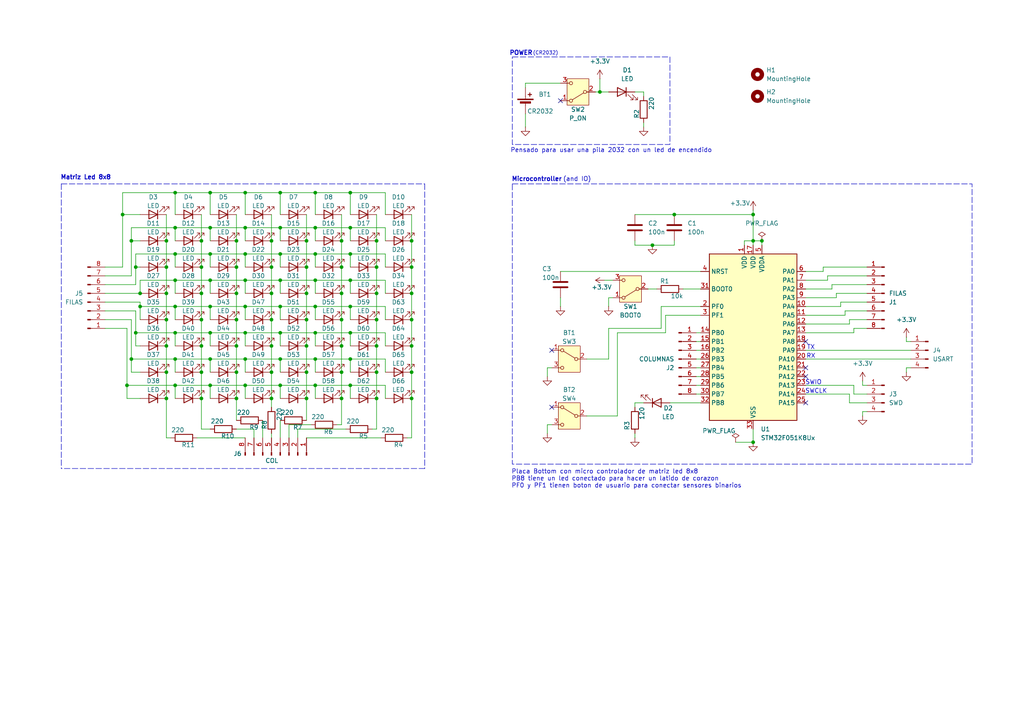
<source format=kicad_sch>
(kicad_sch (version 20231120) (generator "eeschema") (generator_version "8.0")
  (paper "A4")
  (title_block (title "Matrix Driver") (date "2025-04-19") (rev "0.1") (company "ARC Maker"))
  (junction (at 88.9 69.85))
  (junction (at 38.1 69.85))
  (junction (at 218.44 69.85))
  (junction (at 48.26 77.47))
  (junction (at 78.74 69.85))
  (junction (at 39.37 96.52))
  (junction (at 88.9 107.95))
  (junction (at 60.96 81.28))
  (junction (at 109.22 69.85))
  (junction (at 71.12 55.88))
  (junction (at 81.28 88.9))
  (junction (at 91.44 81.28))
  (junction (at 101.6 88.9))
  (junction (at 50.8 104.14))
  (junction (at 78.74 77.47))
  (junction (at 91.44 104.14))
  (junction (at 81.28 111.76))
  (junction (at 78.74 115.57))
  (junction (at 218.44 128.27))
  (junction (at 101.6 111.76))
  (junction (at 101.6 81.28))
  (junction (at 91.44 96.52))
  (junction (at 119.38 69.85))
  (junction (at 68.58 85.09))
  (junction (at 109.22 107.95))
  (junction (at 195.58 62.23))
  (junction (at 81.28 66.04))
  (junction (at 50.8 81.28))
  (junction (at 58.42 100.33))
  (junction (at 58.42 115.57))
  (junction (at 71.12 88.9))
  (junction (at 220.98 69.85))
  (junction (at 58.42 92.71))
  (junction (at 48.26 85.09))
  (junction (at 81.28 96.52))
  (junction (at 101.6 96.52))
  (junction (at 50.8 55.88))
  (junction (at 71.12 111.76))
  (junction (at 99.06 77.47))
  (junction (at 60.96 88.9))
  (junction (at 119.38 77.47))
  (junction (at 48.26 100.33))
  (junction (at 60.96 55.88))
  (junction (at 109.22 77.47))
  (junction (at 119.38 85.09))
  (junction (at 101.6 104.14))
  (junction (at 60.96 73.66))
  (junction (at 58.42 77.47))
  (junction (at 101.6 73.66))
  (junction (at 50.8 73.66))
  (junction (at 91.44 88.9))
  (junction (at 99.06 115.57))
  (junction (at 109.22 100.33))
  (junction (at 78.74 85.09))
  (junction (at 99.06 85.09))
  (junction (at 68.58 100.33))
  (junction (at 78.74 107.95))
  (junction (at 88.9 85.09))
  (junction (at 119.38 115.57))
  (junction (at 81.28 55.88))
  (junction (at 48.26 69.85))
  (junction (at 119.38 100.33))
  (junction (at 58.42 107.95))
  (junction (at 35.56 62.23))
  (junction (at 60.96 111.76))
  (junction (at 60.96 104.14))
  (junction (at 58.42 69.85))
  (junction (at 218.44 62.23))
  (junction (at 88.9 115.57))
  (junction (at 88.9 100.33))
  (junction (at 68.58 77.47))
  (junction (at 68.58 115.57))
  (junction (at 88.9 77.47))
  (junction (at 189.23 71.12))
  (junction (at 78.74 100.33))
  (junction (at 91.44 66.04))
  (junction (at 68.58 69.85))
  (junction (at 40.64 88.9))
  (junction (at 173.99 26.67))
  (junction (at 50.8 96.52))
  (junction (at 91.44 55.88))
  (junction (at 50.8 88.9))
  (junction (at 119.38 107.95))
  (junction (at 109.22 85.09))
  (junction (at 109.22 92.71))
  (junction (at 71.12 104.14))
  (junction (at 48.26 107.95))
  (junction (at 71.12 96.52))
  (junction (at 50.8 111.76))
  (junction (at 91.44 73.66))
  (junction (at 38.1 104.14))
  (junction (at 91.44 111.76))
  (junction (at 99.06 92.71))
  (junction (at 48.26 115.57))
  (junction (at 99.06 107.95))
  (junction (at 58.42 85.09))
  (junction (at 81.28 104.14))
  (junction (at 71.12 81.28))
  (junction (at 36.83 111.76))
  (junction (at 71.12 73.66))
  (junction (at 50.8 66.04))
  (junction (at 99.06 100.33))
  (junction (at 78.74 92.71))
  (junction (at 60.96 66.04))
  (junction (at 60.96 96.52))
  (junction (at 68.58 92.71))
  (junction (at 88.9 92.71))
  (junction (at 68.58 107.95))
  (junction (at 81.28 73.66))
  (junction (at 40.64 85.09))
  (junction (at 48.26 92.71))
  (junction (at 81.28 81.28))
  (junction (at 101.6 55.88))
  (junction (at 71.12 66.04))
  (junction (at 39.37 77.47))
  (junction (at 99.06 69.85))
  (junction (at 119.38 92.71))
  (junction (at 101.6 66.04))
  (junction (at 109.22 115.57))
  (no_connect (at 162.56 29.21))
  (no_connect (at 233.68 109.22))
  (no_connect (at 233.68 116.84))
  (no_connect (at 160.02 118.11))
  (no_connect (at 160.02 101.6))
  (no_connect (at 233.68 106.68))
  (no_connect (at 233.68 99.06))
  (wire (pts (xy 39.37 73.66) (xy 50.8 73.66)))
  (wire (pts (xy 88.9 127) (xy 110.49 127)))
  (wire (pts (xy 48.26 127) (xy 48.26 115.57)))
  (wire (pts (xy 91.44 73.66) (xy 101.6 73.66)))
  (wire (pts (xy 78.74 107.95) (xy 78.74 115.57)))
  (wire (pts (xy 50.8 81.28) (xy 60.96 81.28)))
  (wire (pts (xy 101.6 66.04) (xy 111.76 66.04)))
  (wire (pts (xy 68.58 115.57) (xy 68.58 107.95)))
  (wire (pts (xy 50.8 88.9) (xy 60.96 88.9)))
  (wire (pts (xy 198.12 83.82) (xy 203.2 83.82)))
  (wire (pts (xy 40.64 88.9) (xy 40.64 92.71)))
  (wire (pts (xy 86.36 124.46) (xy 100.33 124.46)))
  (wire (pts (xy 35.56 77.47) (xy 35.56 62.23)))
  (wire (pts (xy 238.76 78.74) (xy 233.68 78.74)))
  (wire (pts (xy 101.6 88.9) (xy 101.6 92.71)))
  (wire (pts (xy 184.15 69.85) (xy 184.15 71.12)))
  (wire (pts (xy 71.12 73.66) (xy 81.28 73.66)))
  (wire (pts (xy 36.83 111.76) (xy 36.83 115.57)))
  (wire (pts (xy 193.04 91.44) (xy 203.2 91.44)))
  (wire (pts (xy 88.9 107.95) (xy 88.9 100.33)))
  (wire (pts (xy 30.48 82.55) (xy 39.37 82.55)))
  (wire (pts (xy 91.44 66.04) (xy 101.6 66.04)))
  (wire (pts (xy 245.11 91.44) (xy 233.68 91.44)))
  (wire (pts (xy 101.6 55.88) (xy 111.76 55.88)))
  (wire (pts (xy 71.12 111.76) (xy 81.28 111.76)))
  (wire (pts (xy 187.96 83.82) (xy 190.5 83.82)))
  (wire (pts (xy 109.22 115.57) (xy 109.22 107.95)))
  (wire (pts (xy 101.6 104.14) (xy 111.76 104.14)))
  (wire (pts (xy 50.8 55.88) (xy 50.8 62.23)))
  (wire (pts (xy 86.36 127) (xy 86.36 124.46)))
  (wire (pts (xy 73.66 127) (xy 73.66 124.46)))
  (wire (pts (xy 238.76 77.47) (xy 238.76 78.74)))
  (wire (pts (xy 58.42 124.46) (xy 58.42 115.57)))
  (wire (pts (xy 38.1 69.85) (xy 40.64 69.85)))
  (wire (pts (xy 48.26 77.47) (xy 48.26 69.85)))
  (wire (pts (xy 81.28 127) (xy 81.28 121.92)))
  (wire (pts (xy 36.83 95.25) (xy 36.83 111.76)))
  (wire (pts (xy 247.65 114.3) (xy 251.46 114.3)))
  (wire (pts (xy 170.18 120.65) (xy 179.07 120.65)))
  (wire (pts (xy 78.74 115.57) (xy 78.74 118.11)))
  (wire (pts (xy 101.6 111.76) (xy 111.76 111.76)))
  (wire (pts (xy 218.44 62.23) (xy 218.44 69.85)))
  (wire (pts (xy 195.58 71.12) (xy 189.23 71.12)))
  (wire (pts (xy 81.28 55.88) (xy 81.28 62.23)))
  (wire (pts (xy 71.12 96.52) (xy 71.12 100.33)))
  (wire (pts (xy 111.76 81.28) (xy 111.76 85.09)))
  (wire (pts (xy 109.22 124.46) (xy 109.22 115.57)))
  (wire (pts (xy 91.44 73.66) (xy 91.44 77.47)))
  (wire (pts (xy 246.38 116.84) (xy 251.46 116.84)))
  (wire (pts (xy 184.15 118.11) (xy 184.15 116.84)))
  (wire (pts (xy 50.8 104.14) (xy 50.8 107.95)))
  (wire (pts (xy 262.89 106.68) (xy 264.16 106.68)))
  (wire (pts (xy 50.8 73.66) (xy 60.96 73.66)))
  (wire (pts (xy 246.38 92.71) (xy 251.46 92.71)))
  (wire (pts (xy 101.6 111.76) (xy 101.6 115.57)))
  (wire (pts (xy 111.76 96.52) (xy 111.76 100.33)))
  (wire (pts (xy 247.65 95.25) (xy 247.65 96.52)))
  (wire (pts (xy 48.26 92.71) (xy 48.26 85.09)))
  (wire (pts (xy 109.22 107.95) (xy 109.22 100.33)))
  (wire (pts (xy 119.38 107.95) (xy 119.38 100.33)))
  (wire (pts (xy 39.37 77.47) (xy 40.64 77.47)))
  (wire (pts (xy 50.8 66.04) (xy 50.8 69.85)))
  (wire (pts (xy 246.38 93.98) (xy 233.68 93.98)))
  (wire (pts (xy 81.28 104.14) (xy 91.44 104.14)))
  (wire (pts (xy 78.74 100.33) (xy 78.74 107.95)))
  (wire (pts (xy 264.16 99.06) (xy 262.89 99.06)))
  (wire (pts (xy 243.84 87.63) (xy 251.46 87.63)))
  (wire (pts (xy 107.95 124.46) (xy 109.22 124.46)))
  (wire (pts (xy 184.15 125.73) (xy 184.15 127)))
  (wire (pts (xy 81.28 88.9) (xy 91.44 88.9)))
  (wire (pts (xy 38.1 104.14) (xy 50.8 104.14)))
  (wire (pts (xy 60.96 88.9) (xy 60.96 92.71)))
  (wire (pts (xy 101.6 96.52) (xy 111.76 96.52)))
  (wire (pts (xy 83.82 123.19) (xy 90.17 123.19)))
  (wire (pts (xy 158.75 106.68) (xy 158.75 109.22)))
  (wire (pts (xy 78.74 69.85) (xy 78.74 77.47)))
  (wire (pts (xy 246.38 92.71) (xy 246.38 93.98)))
  (wire (pts (xy 68.58 100.33) (xy 68.58 92.71)))
  (wire (pts (xy 81.28 73.66) (xy 81.28 77.47)))
  (wire (pts (xy 109.22 85.09) (xy 109.22 77.47)))
  (wire (pts (xy 76.2 127) (xy 76.2 121.92)))
  (wire (pts (xy 194.31 116.84) (xy 203.2 116.84)))
  (wire (pts (xy 118.11 127) (xy 119.38 127)))
  (wire (pts (xy 177.8 86.36) (xy 176.53 86.36)))
  (wire (pts (xy 60.96 66.04) (xy 71.12 66.04)))
  (wire (pts (xy 81.28 66.04) (xy 91.44 66.04)))
  (wire (pts (xy 173.99 22.86) (xy 173.99 26.67)))
  (wire (pts (xy 48.26 85.09) (xy 48.26 77.47)))
  (wire (pts (xy 250.19 111.76) (xy 250.19 110.49)))
  (wire (pts (xy 88.9 69.85) (xy 88.9 62.23)))
  (wire (pts (xy 50.8 104.14) (xy 60.96 104.14)))
  (wire (pts (xy 179.07 120.65) (xy 179.07 96.52)))
  (wire (pts (xy 91.44 92.71) (xy 91.44 88.9)))
  (wire (pts (xy 58.42 92.71) (xy 58.42 85.09)))
  (wire (pts (xy 173.99 26.67) (xy 172.72 26.67)))
  (wire (pts (xy 91.44 96.52) (xy 91.44 100.33)))
  (wire (pts (xy 162.56 86.36) (xy 162.56 88.9)))
  (wire (pts (xy 49.53 127) (xy 48.26 127)))
  (wire (pts (xy 242.57 86.36) (xy 233.68 86.36)))
  (wire (pts (xy 78.74 77.47) (xy 78.74 85.09)))
  (wire (pts (xy 73.66 124.46) (xy 68.58 124.46)))
  (wire (pts (xy 40.64 87.63) (xy 40.64 88.9)))
  (wire (pts (xy 99.06 92.71) (xy 99.06 85.09)))
  (wire (pts (xy 60.96 73.66) (xy 60.96 77.47)))
  (wire (pts (xy 91.44 104.14) (xy 91.44 107.95)))
  (wire (pts (xy 233.68 101.6) (xy 264.16 101.6)))
  (wire (pts (xy 58.42 69.85) (xy 58.42 62.23)))
  (wire (pts (xy 81.28 81.28) (xy 81.28 85.09)))
  (wire (pts (xy 243.84 87.63) (xy 243.84 88.9)))
  (wire (pts (xy 81.28 55.88) (xy 91.44 55.88)))
  (wire (pts (xy 109.22 69.85) (xy 109.22 62.23)))
  (wire (pts (xy 215.9 69.85) (xy 218.44 69.85)))
  (wire (pts (xy 170.18 104.14) (xy 176.53 104.14)))
  (wire (pts (xy 240.03 80.01) (xy 251.46 80.01)))
  (wire (pts (xy 99.06 123.19) (xy 99.06 115.57)))
  (wire (pts (xy 119.38 100.33) (xy 119.38 92.71)))
  (wire (pts (xy 246.38 116.84) (xy 246.38 114.3)))
  (wire (pts (xy 245.11 90.17) (xy 251.46 90.17)))
  (wire (pts (xy 38.1 66.04) (xy 50.8 66.04)))
  (wire (pts (xy 48.26 115.57) (xy 48.26 107.95)))
  (wire (pts (xy 176.53 104.14) (xy 176.53 95.25)))
  (wire (pts (xy 243.84 88.9) (xy 233.68 88.9)))
  (wire (pts (xy 186.69 35.56) (xy 186.69 36.83)))
  (wire (pts (xy 91.44 81.28) (xy 91.44 85.09)))
  (wire (pts (xy 50.8 88.9) (xy 50.8 92.71)))
  (wire (pts (xy 71.12 111.76) (xy 71.12 115.57)))
  (wire (pts (xy 88.9 77.47) (xy 88.9 69.85)))
  (wire (pts (xy 262.89 107.95) (xy 262.89 106.68)))
  (wire (pts (xy 60.96 55.88) (xy 60.96 62.23)))
  (wire (pts (xy 186.69 27.94) (xy 186.69 26.67)))
  (wire (pts (xy 35.56 62.23) (xy 40.64 62.23)))
  (wire (pts (xy 186.69 26.67) (xy 184.15 26.67)))
  (wire (pts (xy 101.6 88.9) (xy 111.76 88.9)))
  (wire (pts (xy 60.96 66.04) (xy 60.96 69.85)))
  (wire (pts (xy 251.46 111.76) (xy 250.19 111.76)))
  (wire (pts (xy 81.28 88.9) (xy 81.28 92.71)))
  (wire (pts (xy 220.98 71.12) (xy 220.98 69.85)))
  (wire (pts (xy 68.58 85.09) (xy 68.58 77.47)))
  (wire (pts (xy 247.65 95.25) (xy 251.46 95.25)))
  (wire (pts (xy 48.26 69.85) (xy 48.26 62.23)))
  (wire (pts (xy 68.58 121.92) (xy 68.58 115.57)))
  (wire (pts (xy 173.99 26.67) (xy 176.53 26.67)))
  (wire (pts (xy 262.89 99.06) (xy 262.89 97.79)))
  (wire (pts (xy 201.93 106.68) (xy 203.2 106.68)))
  (wire (pts (xy 50.8 55.88) (xy 60.96 55.88)))
  (wire (pts (xy 218.44 60.96) (xy 218.44 62.23)))
  (wire (pts (xy 184.15 62.23) (xy 195.58 62.23)))
  (wire (pts (xy 39.37 100.33) (xy 40.64 100.33)))
  (wire (pts (xy 241.3 82.55) (xy 241.3 83.82)))
  (wire (pts (xy 39.37 96.52) (xy 50.8 96.52)))
  (wire (pts (xy 71.12 73.66) (xy 71.12 77.47)))
  (wire (pts (xy 220.98 69.85) (xy 218.44 69.85)))
  (wire (pts (xy 184.15 116.84) (xy 186.69 116.84)))
  (wire (pts (xy 99.06 69.85) (xy 99.06 62.23)))
  (wire (pts (xy 241.3 83.82) (xy 233.68 83.82)))
  (wire (pts (xy 38.1 92.71) (xy 38.1 104.14)))
  (wire (pts (xy 119.38 77.47) (xy 119.38 69.85)))
  (wire (pts (xy 50.8 111.76) (xy 60.96 111.76)))
  (wire (pts (xy 60.96 96.52) (xy 60.96 100.33)))
  (wire (pts (xy 60.96 104.14) (xy 71.12 104.14)))
  (wire (pts (xy 152.4 36.83) (xy 152.4 33.02)))
  (wire (pts (xy 71.12 96.52) (xy 81.28 96.52)))
  (wire (pts (xy 71.12 66.04) (xy 71.12 69.85)))
  (wire (pts (xy 71.12 104.14) (xy 81.28 104.14)))
  (wire (pts (xy 99.06 100.33) (xy 99.06 92.71)))
  (wire (pts (xy 218.44 124.46) (xy 218.44 128.27)))
  (wire (pts (xy 30.48 85.09) (xy 40.64 85.09)))
  (wire (pts (xy 91.44 88.9) (xy 101.6 88.9)))
  (wire (pts (xy 213.36 128.27) (xy 218.44 128.27)))
  (wire (pts (xy 30.48 80.01) (xy 38.1 80.01)))
  (wire (pts (xy 81.28 81.28) (xy 91.44 81.28)))
  (wire (pts (xy 247.65 114.3) (xy 247.65 111.76)))
  (wire (pts (xy 71.12 88.9) (xy 71.12 92.71)))
  (wire (pts (xy 247.65 96.52) (xy 233.68 96.52)))
  (wire (pts (xy 250.19 119.38) (xy 251.46 119.38)))
  (wire (pts (xy 91.44 55.88) (xy 101.6 55.88)))
  (wire (pts (xy 35.56 55.88) (xy 50.8 55.88)))
  (wire (pts (xy 201.93 114.3) (xy 203.2 114.3)))
  (wire (pts (xy 250.19 120.65) (xy 250.19 119.38)))
  (wire (pts (xy 109.22 92.71) (xy 109.22 85.09)))
  (wire (pts (xy 91.44 111.76) (xy 101.6 111.76)))
  (wire (pts (xy 50.8 73.66) (xy 50.8 77.47)))
  (wire (pts (xy 215.9 71.12) (xy 215.9 69.85)))
  (wire (pts (xy 60.96 73.66) (xy 71.12 73.66)))
  (wire (pts (xy 240.03 81.28) (xy 233.68 81.28)))
  (wire (pts (xy 71.12 66.04) (xy 81.28 66.04)))
  (wire (pts (xy 241.3 82.55) (xy 251.46 82.55)))
  (wire (pts (xy 119.38 85.09) (xy 119.38 77.47)))
  (wire (pts (xy 175.26 81.28) (xy 177.8 81.28)))
  (wire (pts (xy 83.82 127) (xy 83.82 123.19)))
  (wire (pts (xy 88.9 121.92) (xy 88.9 115.57)))
  (wire (pts (xy 60.96 55.88) (xy 71.12 55.88)))
  (wire (pts (xy 81.28 111.76) (xy 91.44 111.76)))
  (wire (pts (xy 48.26 100.33) (xy 48.26 92.71)))
  (wire (pts (xy 71.12 55.88) (xy 71.12 62.23)))
  (wire (pts (xy 50.8 96.52) (xy 60.96 96.52)))
  (wire (pts (xy 97.79 123.19) (xy 99.06 123.19)))
  (wire (pts (xy 109.22 100.33) (xy 109.22 92.71)))
  (wire (pts (xy 38.1 107.95) (xy 40.64 107.95)))
  (wire (pts (xy 201.93 109.22) (xy 203.2 109.22)))
  (wire (pts (xy 119.38 92.71) (xy 119.38 85.09)))
  (wire (pts (xy 40.64 85.09) (xy 40.64 81.28)))
  (wire (pts (xy 68.58 107.95) (xy 68.58 100.33)))
  (wire (pts (xy 30.48 92.71) (xy 38.1 92.71)))
  (wire (pts (xy 50.8 111.76) (xy 50.8 115.57)))
  (wire (pts (xy 50.8 66.04) (xy 60.96 66.04)))
  (wire (pts (xy 91.44 55.88) (xy 91.44 62.23)))
  (wire (pts (xy 68.58 92.71) (xy 68.58 85.09)))
  (wire (pts (xy 36.83 115.57) (xy 40.64 115.57)))
  (wire (pts (xy 101.6 73.66) (xy 101.6 77.47)))
  (wire (pts (xy 88.9 92.71) (xy 88.9 85.09)))
  (wire (pts (xy 68.58 69.85) (xy 68.58 62.23)))
  (wire (pts (xy 48.26 107.95) (xy 48.26 100.33)))
  (wire (pts (xy 201.93 111.76) (xy 203.2 111.76)))
  (wire (pts (xy 109.22 77.47) (xy 109.22 69.85)))
  (wire (pts (xy 91.44 81.28) (xy 101.6 81.28)))
  (wire (pts (xy 218.44 69.85) (xy 218.44 71.12)))
  (wire (pts (xy 101.6 55.88) (xy 101.6 62.23)))
  (wire (pts (xy 60.96 88.9) (xy 71.12 88.9)))
  (wire (pts (xy 38.1 104.14) (xy 38.1 107.95)))
  (wire (pts (xy 179.07 96.52) (xy 193.04 96.52)))
  (wire (pts (xy 152.4 24.13) (xy 162.56 24.13)))
  (wire (pts (xy 160.02 123.19) (xy 158.75 123.19)))
  (wire (pts (xy 60.96 96.52) (xy 71.12 96.52)))
  (wire (pts (xy 58.42 115.57) (xy 58.42 107.95)))
  (wire (pts (xy 39.37 82.55) (xy 39.37 77.47)))
  (wire (pts (xy 60.96 104.14) (xy 60.96 107.95)))
  (wire (pts (xy 81.28 73.66) (xy 91.44 73.66)))
  (wire (pts (xy 101.6 66.04) (xy 101.6 69.85)))
  (wire (pts (xy 195.58 62.23) (xy 218.44 62.23)))
  (wire (pts (xy 78.74 85.09) (xy 78.74 92.71)))
  (polyline (pts (xy 123.19 135.89) (xy 17.78 135.89)) (stroke (width 0) (type dash)))
  (wire (pts (xy 58.42 107.95) (xy 58.42 100.33)))
  (wire (pts (xy 50.8 96.52) (xy 50.8 100.33)))
  (wire (pts (xy 39.37 90.17) (xy 39.37 96.52)))
  (wire (pts (xy 39.37 77.47) (xy 39.37 73.66)))
  (wire (pts (xy 60.96 81.28) (xy 60.96 85.09)))
  (wire (pts (xy 71.12 81.28) (xy 71.12 85.09)))
  (wire (pts (xy 30.48 77.47) (xy 35.56 77.47)))
  (wire (pts (xy 201.93 101.6) (xy 203.2 101.6)))
  (wire (pts (xy 35.56 62.23) (xy 35.56 55.88)))
  (wire (pts (xy 58.42 85.09) (xy 58.42 77.47)))
  (wire (pts (xy 242.57 85.09) (xy 251.46 85.09)))
  (wire (pts (xy 38.1 69.85) (xy 38.1 66.04)))
  (wire (pts (xy 60.96 124.46) (xy 58.42 124.46)))
  (wire (pts (xy 195.58 69.85) (xy 195.58 71.12)))
  (wire (pts (xy 78.74 62.23) (xy 78.74 69.85)))
  (wire (pts (xy 40.64 81.28) (xy 50.8 81.28)))
  (wire (pts (xy 30.48 87.63) (xy 40.64 87.63)))
  (wire (pts (xy 111.76 73.66) (xy 111.76 77.47)))
  (wire (pts (xy 39.37 96.52) (xy 39.37 100.33)))
  (wire (pts (xy 58.42 100.33) (xy 58.42 92.71)))
  (wire (pts (xy 162.56 78.74) (xy 203.2 78.74)))
  (wire (pts (xy 99.06 85.09) (xy 99.06 77.47)))
  (wire (pts (xy 101.6 104.14) (xy 101.6 107.95)))
  (wire (pts (xy 119.38 127) (xy 119.38 115.57)))
  (wire (pts (xy 88.9 100.33) (xy 88.9 92.71)))
  (wire (pts (xy 60.96 111.76) (xy 60.96 115.57)))
  (wire (pts (xy 71.12 88.9) (xy 81.28 88.9)))
  (wire (pts (xy 176.53 95.25) (xy 191.77 95.25)))
  (wire (pts (xy 30.48 90.17) (xy 39.37 90.17)))
  (wire (pts (xy 50.8 81.28) (xy 50.8 85.09)))
  (wire (pts (xy 240.03 80.01) (xy 240.03 81.28)))
  (wire (pts (xy 99.06 77.47) (xy 99.06 69.85)))
  (wire (pts (xy 60.96 81.28) (xy 71.12 81.28)))
  (wire (pts (xy 191.77 95.25) (xy 191.77 88.9)))
  (wire (pts (xy 160.02 106.68) (xy 158.75 106.68)))
  (wire (pts (xy 158.75 123.19) (xy 158.75 125.73)))
  (wire (pts (xy 201.93 104.14) (xy 203.2 104.14)))
  (wire (pts (xy 58.42 77.47) (xy 58.42 69.85)))
  (wire (pts (xy 36.83 111.76) (xy 50.8 111.76)))
  (wire (pts (xy 99.06 107.95) (xy 99.06 100.33)))
  (polyline (pts (xy 17.78 53.34) (xy 123.19 53.34)) (stroke (width 0) (type dash)))
  (wire (pts (xy 88.9 85.09) (xy 88.9 77.47)))
  (wire (pts (xy 111.76 66.04) (xy 111.76 69.85)))
  (wire (pts (xy 81.28 96.52) (xy 81.28 100.33)))
  (wire (pts (xy 71.12 55.88) (xy 81.28 55.88)))
  (wire (pts (xy 68.58 77.47) (xy 68.58 69.85)))
  (polyline (pts (xy 123.19 53.34) (xy 123.19 135.89)) (stroke (width 0) (type dash)))
  (wire (pts (xy 119.38 115.57) (xy 119.38 107.95)))
  (wire (pts (xy 71.12 127) (xy 57.15 127)))
  (wire (pts (xy 245.11 90.17) (xy 245.11 91.44)))
  (wire (pts (xy 91.44 66.04) (xy 91.44 69.85)))
  (wire (pts (xy 191.77 88.9) (xy 203.2 88.9)))
  (wire (pts (xy 101.6 73.66) (xy 111.76 73.66)))
  (wire (pts (xy 176.53 86.36) (xy 176.53 88.9)))
  (wire (pts (xy 71.12 81.28) (xy 81.28 81.28)))
  (wire (pts (xy 40.64 88.9) (xy 50.8 88.9)))
  (wire (pts (xy 30.48 95.25) (xy 36.83 95.25)))
  (wire (pts (xy 111.76 111.76) (xy 111.76 115.57)))
  (wire (pts (xy 38.1 80.01) (xy 38.1 69.85)))
  (wire (pts (xy 91.44 104.14) (xy 101.6 104.14)))
  (wire (pts (xy 242.57 85.09) (xy 242.57 86.36)))
  (wire (pts (xy 88.9 115.57) (xy 88.9 107.95)))
  (wire (pts (xy 99.06 115.57) (xy 99.06 107.95)))
  (wire (pts (xy 91.44 115.57) (xy 91.44 111.76)))
  (wire (pts (xy 238.76 77.47) (xy 251.46 77.47)))
  (wire (pts (xy 111.76 104.14) (xy 111.76 107.95)))
  (wire (pts (xy 78.74 92.71) (xy 78.74 100.33)))
  (wire (pts (xy 101.6 81.28) (xy 111.76 81.28)))
  (wire (pts (xy 184.15 71.12) (xy 189.23 71.12)))
  (wire (pts (xy 81.28 104.14) (xy 81.28 107.95)))
  (wire (pts (xy 101.6 81.28) (xy 101.6 85.09)))
  (wire (pts (xy 201.93 99.06) (xy 203.2 99.06)))
  (wire (pts (xy 81.28 111.76) (xy 81.28 115.57)))
  (wire (pts (xy 81.28 96.52) (xy 91.44 96.52)))
  (wire (pts (xy 201.93 96.52) (xy 203.2 96.52)))
  (wire (pts (xy 78.74 125.73) (xy 78.74 127)))
  (wire (pts (xy 247.65 111.76) (xy 233.68 111.76)))
  (wire (pts (xy 233.68 104.14) (xy 264.16 104.14)))
  (wire (pts (xy 91.44 96.52) (xy 101.6 96.52)))
  (wire (pts (xy 193.04 96.52) (xy 193.04 91.44)))
  (polyline (pts (xy 17.78 53.34) (xy 17.78 135.89)) (stroke (width 0) (type dash)))
  (wire (pts (xy 246.38 114.3) (xy 233.68 114.3)))
  (wire (pts (xy 119.38 69.85) (xy 119.38 62.23)))
  (wire (pts (xy 111.76 88.9) (xy 111.76 92.71)))
  (wire (pts (xy 60.96 111.76) (xy 71.12 111.76)))
  (wire (pts (xy 101.6 96.52) (xy 101.6 100.33)))
  (wire (pts (xy 152.4 24.13) (xy 152.4 25.4)))
  (wire (pts (xy 71.12 104.14) (xy 71.12 107.95)))
  (wire (pts (xy 111.76 55.88) (xy 111.76 62.23)))
  (wire (pts (xy 81.28 66.04) (xy 81.28 69.85)))
  (rectangle (start 148.59 53.34) (end 281.94 134.62) (stroke (width 0) (type dash)))
  (rectangle (start 148.59 16.51) (end 194.31 41.91) (stroke (width 0) (type dash)))
  (text "(CR2032)" (at 158.242 15.494 0) (effects (font (size 1.016 1.016) (thickness 0.127))))
  (text "RX" (at 235.204 103.378 0) (effects (font (size 1.27 1.27))))
  (text "Placa Bottom con micro controlador de matriz led 8x8\nPB8 tiene un led conectado para hacer un latido de corazon\nPF0 y PF1 tienen boton de usuario para conectar sensores binarios" (at 148.336 138.938 0) (effects (font (size 1.27 1.27)) (justify left)))
  (text "SWIO" (at 235.966 110.998 0) (effects (font (size 1.27 1.27))))
  (text "Microcontroller" (at 155.702 52.07 0) (effects (font (size 1.27 1.27) (thickness 0.254) (bold yes))))
  (text "(and IO)" (at 167.386 52.07 0) (effects (font (size 1.27 1.27))))
  (text "Matriz Led 8x8" (at 24.892 51.562 0) (effects (font (size 1.27 1.27) (thickness 0.254) (bold yes))))
  (text "TX" (at 235.204 100.838 0) (effects (font (size 1.27 1.27))))
  (text "Pensado para usar una pila 2032 con un led de encendido" (at 177.292 43.688 0) (effects (font (size 1.27 1.27))))
  (text "SWCLK" (at 236.728 113.538 0) (effects (font (size 1.27 1.27))))
  (text "POWER" (at 151.13 15.494 0) (effects (font (size 1.27 1.27) (thickness 0.254) (bold yes))))
  (symbol (lib_id "Device:LED") (at 54.61 107.95 180) (unit 1)
    (property "Reference" "D41" (at 54.61 102.87 0))
    (property "Value" "LED" (at 54.61 105.41 0))
    (property "Footprint" "LED_SMD:LED_0603_1608Metric" (effects (hide yes)))
    (property "Description" "Light emitting diode" (effects (hide yes)))
  )
  (symbol (lib_id "Device:LED") (at 64.77 107.95 180) (unit 1)
    (property "Reference" "D45" (at 64.77 102.87 0))
    (property "Value" "LED" (at 64.77 105.41 0))
    (property "Footprint" "LED_SMD:LED_0603_1608Metric" (effects (hide yes)))
    (property "Description" "Light emitting diode" (effects (hide yes)))
  )
  (symbol (lib_id "Device:C") (at 184.15 66.04 0) (unit 1)
    (property "Reference" "C2" (at 187.96 64.7699 0) (effects (justify left)))
    (property "Value" "100n" (at 187.96 67.3099 0) (effects (justify left)))
    (property "Footprint" "Capacitor_SMD:C_0603_1608Metric" (effects (hide yes)))
    (property "Description" "Unpolarized capacitor" (effects (hide yes)))
  )
  (symbol (lib_id "Device:C") (at 162.56 82.55 0) (unit 1)
    (property "Reference" "C3" (at 157.226 77.978 0) (effects (justify left)))
    (property "Value" "100n" (at 157.226 80.518 0) (effects (justify left)))
    (property "Footprint" "Capacitor_SMD:C_0603_1608Metric" (effects (hide yes)))
    (property "Description" "Unpolarized capacitor" (effects (hide yes)))
  )
  (symbol (lib_id "Device:LED") (at 95.25 115.57 180) (unit 1)
    (property "Reference" "D58" (at 95.25 110.49 0))
    (property "Value" "LED" (at 95.25 113.03 0))
    (property "Footprint" "LED_SMD:LED_0603_1608Metric" (effects (hide yes)))
    (property "Description" "Light emitting diode" (effects (hide yes)))
  )
  (symbol (lib_id "Device:LED") (at 105.41 85.09 180) (unit 1)
    (property "Reference" "D33" (at 105.41 80.01 0))
    (property "Value" "LED" (at 105.41 82.55 0))
    (property "Footprint" "LED_SMD:LED_0603_1608Metric" (effects (hide yes)))
    (property "Description" "Light emitting diode" (effects (hide yes)))
  )
  (symbol (lib_id "Device:LED") (at 74.93 107.95 180) (unit 1)
    (property "Reference" "D49" (at 74.93 102.87 0))
    (property "Value" "LED" (at 74.93 105.41 0))
    (property "Footprint" "LED_SMD:LED_0603_1608Metric" (effects (hide yes)))
    (property "Description" "Light emitting diode" (effects (hide yes)))
  )
  (symbol (lib_id "Device:LED") (at 115.57 62.23 180) (unit 1)
    (property "Reference" "D10" (at 115.57 57.15 0))
    (property "Value" "LED" (at 115.57 59.69 0))
    (property "Footprint" "LED_SMD:LED_0603_1608Metric" (effects (hide yes)))
    (property "Description" "Light emitting diode" (effects (hide yes)))
  )
  (symbol (lib_id "Device:R") (at 64.77 124.46 90) (unit 1)
    (property "Reference" "R10" (at 66.04 126.492 90))
    (property "Value" "220" (at 62.992 122.174 90))
    (property "Footprint" "Resistor_SMD:R_0402_1005Metric" (effects (hide yes)))
    (property "Description" "Resistor" (effects (hide yes)))
  )
  (symbol (lib_id "power:GND") (at 184.15 127 0) (unit 1)
    (property "Reference" "#PWR016" (effects (hide yes)))
    (property "Value" "GND" (effects (hide yes)))
    (property "Description" "Power symbol creates a global label with name \"GND\" , ground" (effects (hide yes)))
  )
  (symbol (lib_id "Switch:SW_SPDT") (at 165.1 120.65 0) (mirror y) (unit 1)
    (property "Reference" "SW4" (at 165.1 115.57 0))
    (property "Value" "BT2" (at 165.1 113.03 0))
    (property "Footprint" "Button_Switch_SMD:SW_SPST_B3U-1100P" (effects (hide yes)))
    (property "Description" "Switch, single pole double throw" (effects (hide yes)))
  )
  (symbol (lib_id "Device:LED") (at 105.41 69.85 180) (unit 1)
    (property "Reference" "D17" (at 105.41 64.77 0))
    (property "Value" "LED" (at 105.41 67.31 0))
    (property "Footprint" "LED_SMD:LED_0603_1608Metric" (effects (hide yes)))
    (property "Description" "Light emitting diode" (effects (hide yes)))
  )
  (symbol (lib_id "Device:R") (at 85.09 121.92 90) (unit 1)
    (property "Reference" "R7" (at 86.36 123.952 90))
    (property "Value" "220" (at 83.312 119.634 90))
    (property "Footprint" "Resistor_SMD:R_0402_1005Metric" (effects (hide yes)))
    (property "Description" "Resistor" (effects (hide yes)))
  )
  (symbol (lib_id "Switch:SW_SPDT") (at 182.88 83.82 180) (unit 1)
    (property "Reference" "SW1" (at 182.88 88.9 0))
    (property "Value" "BOOT0" (at 182.88 91.44 0))
    (property "Footprint" "Button_Switch_SMD:SW_SPST_B3U-1100P" (effects (hide yes)))
    (property "Description" "Switch, single pole double throw" (effects (hide yes)))
  )
  (symbol (lib_id "Device:LED") (at 115.57 85.09 180) (unit 1)
    (property "Reference" "D34" (at 115.57 80.01 0))
    (property "Value" "LED" (at 115.57 82.55 0))
    (property "Footprint" "LED_SMD:LED_0603_1608Metric" (effects (hide yes)))
    (property "Description" "Light emitting diode" (effects (hide yes)))
  )
  (symbol (lib_id "Device:LED") (at 54.61 62.23 180) (unit 1)
    (property "Reference" "D4" (at 54.61 57.15 0))
    (property "Value" "LED" (at 54.61 59.69 0))
    (property "Footprint" "LED_SMD:LED_0603_1608Metric" (effects (hide yes)))
    (property "Description" "Light emitting diode" (effects (hide yes)))
  )
  (symbol (lib_id "Device:LED") (at 74.93 77.47 180) (unit 1)
    (property "Reference" "D22" (at 74.93 72.39 0))
    (property "Value" "LED" (at 74.93 74.93 0))
    (property "Footprint" "LED_SMD:LED_0603_1608Metric" (effects (hide yes)))
    (property "Description" "Light emitting diode" (effects (hide yes)))
  )
  (symbol (lib_id "Device:LED") (at 105.41 107.95 180) (unit 1)
    (property "Reference" "D61" (at 105.41 102.87 0))
    (property "Value" "LED" (at 105.41 105.41 0))
    (property "Footprint" "LED_SMD:LED_0603_1608Metric" (effects (hide yes)))
    (property "Description" "Light emitting diode" (effects (hide yes)))
  )
  (symbol (lib_id "power:GND") (at 262.89 107.95 0) (unit 1)
    (property "Reference" "#PWR012" (effects (hide yes)))
    (property "Value" "GND" (effects (hide yes)))
    (property "Description" "Power symbol creates a global label with name \"GND\" , ground" (effects (hide yes)))
  )
  (symbol (lib_id "Device:LED") (at 115.57 107.95 180) (unit 1)
    (property "Reference" "D65" (at 115.57 102.87 0))
    (property "Value" "LED" (at 115.57 105.41 0))
    (property "Footprint" "LED_SMD:LED_0603_1608Metric" (effects (hide yes)))
    (property "Description" "Light emitting diode" (effects (hide yes)))
  )
  (symbol (lib_id "power:GND") (at 158.75 125.73 0) (unit 1)
    (property "Reference" "#PWR014" (effects (hide yes)))
    (property "Value" "GND" (effects (hide yes)))
    (property "Description" "Power symbol creates a global label with name \"GND\" , ground" (effects (hide yes)))
  )
  (symbol (lib_id "Device:LED") (at 105.41 100.33 180) (unit 1)
    (property "Reference" "D60" (at 105.41 95.25 0))
    (property "Value" "LED" (at 105.41 97.79 0))
    (property "Footprint" "LED_SMD:LED_0603_1608Metric" (effects (hide yes)))
    (property "Description" "Light emitting diode" (effects (hide yes)))
  )
  (symbol (lib_id "Device:LED") (at 85.09 92.71 180) (unit 1)
    (property "Reference" "D51" (at 85.09 87.63 0))
    (property "Value" "LED" (at 85.09 90.17 0))
    (property "Footprint" "LED_SMD:LED_0603_1608Metric" (effects (hide yes)))
    (property "Description" "Light emitting diode" (effects (hide yes)))
  )
  (symbol (lib_id "Device:LED") (at 74.93 92.71 180) (unit 1)
    (property "Reference" "D47" (at 74.93 87.63 0))
    (property "Value" "LED" (at 74.93 90.17 0))
    (property "Footprint" "LED_SMD:LED_0603_1608Metric" (effects (hide yes)))
    (property "Description" "Light emitting diode" (effects (hide yes)))
  )
  (symbol (lib_id "Device:LED") (at 64.77 77.47 180) (unit 1)
    (property "Reference" "D21" (at 64.77 72.39 0))
    (property "Value" "LED" (at 64.77 74.93 0))
    (property "Footprint" "LED_SMD:LED_0603_1608Metric" (effects (hide yes)))
    (property "Description" "Light emitting diode" (effects (hide yes)))
  )
  (symbol (lib_id "Device:R") (at 186.69 31.75 0) (unit 1)
    (property "Reference" "R2" (at 184.658 33.02 90))
    (property "Value" "220" (at 188.976 29.972 90))
    (property "Footprint" "Resistor_SMD:R_0603_1608Metric" (effects (hide yes)))
    (property "Description" "Resistor" (effects (hide yes)))
  )
  (symbol (lib_id "Device:LED") (at 95.25 85.09 180) (unit 1)
    (property "Reference" "D32" (at 95.25 80.01 0))
    (property "Value" "LED" (at 95.25 82.55 0))
    (property "Footprint" "LED_SMD:LED_0603_1608Metric" (effects (hide yes)))
    (property "Description" "Light emitting diode" (effects (hide yes)))
  )
  (symbol (lib_id "power:PWR_FLAG") (at 213.36 128.27 0) (unit 1)
    (property "Reference" "#FLG02" (effects (hide yes)))
    (property "Value" "PWR_FLAG" (at 208.534 124.968 0))
    (property "Description" "Special symbol for telling ERC where power comes from" (effects (hide yes)))
  )
  (symbol (lib_id "power:+3.3V") (at 173.99 22.86 0) (unit 1)
    (property "Reference" "#PWR08" (effects (hide yes)))
    (property "Value" "+3.3V" (at 173.99 17.78 0))
    (property "Description" "Power symbol creates a global label with name \"+3.3V\"" (effects (hide yes)))
  )
  (symbol (lib_id "Connector:Conn_01x04_Pin") (at 256.54 114.3 0) (mirror y) (unit 1)
    (property "Reference" "J3" (at 257.81 114.2999 0) (effects (justify right)))
    (property "Value" "SWD" (at 257.81 116.8399 0) (effects (justify right)))
    (property "Footprint" "Connector_PinHeader_2.54mm:PinHeader_1x04_P2.54mm_Vertical" (effects (hide yes)))
    (property "Description" "Generic connector, single row, 01x04, script generated" (effects (hide yes)))
  )
  (symbol (lib_id "Device:LED") (at 95.25 69.85 180) (unit 1)
    (property "Reference" "D16" (at 95.25 64.77 0))
    (property "Value" "LED" (at 95.25 67.31 0))
    (property "Footprint" "LED_SMD:LED_0603_1608Metric" (effects (hide yes)))
    (property "Description" "Light emitting diode" (effects (hide yes)))
  )
  (symbol (lib_id "power:GND") (at 189.23 71.12 0) (unit 1)
    (property "Reference" "#PWR03" (effects (hide yes)))
    (property "Value" "GND" (effects (hide yes)))
    (property "Description" "Power symbol creates a global label with name \"GND\" , ground" (effects (hide yes)))
  )
  (symbol (lib_id "Device:LED") (at 85.09 85.09 180) (unit 1)
    (property "Reference" "D31" (at 85.09 80.01 0))
    (property "Value" "LED" (at 85.09 82.55 0))
    (property "Footprint" "LED_SMD:LED_0603_1608Metric" (effects (hide yes)))
    (property "Description" "Light emitting diode" (effects (hide yes)))
  )
  (symbol (lib_id "Device:R") (at 72.39 121.92 90) (unit 1)
    (property "Reference" "R9" (at 73.66 123.952 90))
    (property "Value" "220" (at 70.612 119.634 90))
    (property "Footprint" "Resistor_SMD:R_0402_1005Metric" (effects (hide yes)))
    (property "Description" "Resistor" (effects (hide yes)))
  )
  (symbol (lib_id "power:GND") (at 250.19 120.65 0) (unit 1)
    (property "Reference" "#PWR011" (effects (hide yes)))
    (property "Value" "GND" (effects (hide yes)))
    (property "Description" "Power symbol creates a global label with name \"GND\" , ground" (effects (hide yes)))
  )
  (symbol (lib_id "power:GND") (at 218.44 128.27 0) (unit 1)
    (property "Reference" "#PWR01" (effects (hide yes)))
    (property "Value" "GND" (effects (hide yes)))
    (property "Description" "Power symbol creates a global label with name \"GND\" , ground" (effects (hide yes)))
  )
  (symbol (lib_id "Device:C") (at 195.58 66.04 0) (unit 1)
    (property "Reference" "C1" (at 199.39 64.77 0) (effects (justify left)))
    (property "Value" "100n" (at 199.39 67.3099 0) (effects (justify left)))
    (property "Footprint" "Capacitor_SMD:C_0603_1608Metric" (effects (hide yes)))
    (property "Description" "Unpolarized capacitor" (effects (hide yes)))
  )
  (symbol (lib_id "Device:LED") (at 44.45 107.95 180) (unit 1)
    (property "Reference" "D37" (at 44.45 102.87 0))
    (property "Value" "LED" (at 44.45 105.41 0))
    (property "Footprint" "LED_SMD:LED_0603_1608Metric" (effects (hide yes)))
    (property "Description" "Light emitting diode" (effects (hide yes)))
  )
  (symbol (lib_id "Device:LED") (at 180.34 26.67 0) (mirror y) (unit 1)
    (property "Reference" "D1" (at 181.9275 20.32 0))
    (property "Value" "LED" (at 181.9275 22.86 0))
    (property "Footprint" "LED_SMD:LED_0603_1608Metric" (effects (hide yes)))
    (property "Description" "Light emitting diode" (effects (hide yes)))
  )
  (symbol (lib_id "Device:LED") (at 44.45 92.71 180) (unit 1)
    (property "Reference" "D35" (at 44.45 87.63 0))
    (property "Value" "LED" (at 44.45 90.17 0))
    (property "Footprint" "LED_SMD:LED_0603_1608Metric" (effects (hide yes)))
    (property "Description" "Light emitting diode" (effects (hide yes)))
  )
  (symbol (lib_id "Mechanical:MountingHole") (at 219.71 21.59 0) (unit 1) (exclude_from_sim yes) (in_bom no)
    (property "Reference" "H1" (at 222.25 20.3199 0) (effects (justify left)))
    (property "Value" "MountingHole" (at 222.25 22.8599 0) (effects (justify left)))
    (property "Footprint" "MountingHole:MountingHole_3.2mm_M3" (effects (hide yes)))
    (property "Description" "Mounting Hole without connection" (effects (hide yes)))
  )
  (symbol (lib_id "Device:LED") (at 54.61 69.85 180) (unit 1)
    (property "Reference" "D12" (at 54.61 64.77 0))
    (property "Value" "LED" (at 54.61 67.31 0))
    (property "Footprint" "LED_SMD:LED_0603_1608Metric" (effects (hide yes)))
    (property "Description" "Light emitting diode" (effects (hide yes)))
  )
  (symbol (lib_id "Device:LED") (at 54.61 85.09 180) (unit 1)
    (property "Reference" "D28" (at 54.61 80.01 0))
    (property "Value" "LED" (at 54.61 82.55 0))
    (property "Footprint" "LED_SMD:LED_0603_1608Metric" (effects (hide yes)))
    (property "Description" "Light emitting diode" (effects (hide yes)))
  )
  (symbol (lib_id "Device:R") (at 78.74 121.92 0) (unit 1)
    (property "Reference" "R8" (at 76.708 123.19 90))
    (property "Value" "220" (at 81.026 120.142 90))
    (property "Footprint" "Resistor_SMD:R_0402_1005Metric" (effects (hide yes)))
    (property "Description" "Resistor" (effects (hide yes)))
  )
  (symbol (lib_id "power:GND") (at 152.4 36.83 0) (unit 1)
    (property "Reference" "#PWR07" (effects (hide yes)))
    (property "Value" "GND" (effects (hide yes)))
    (property "Description" "Power symbol creates a global label with name \"GND\" , ground" (effects (hide yes)))
  )
  (symbol (lib_id "power:GND") (at 176.53 88.9 0) (unit 1)
    (property "Reference" "#PWR05" (effects (hide yes)))
    (property "Value" "GND" (effects (hide yes)))
    (property "Description" "Power symbol creates a global label with name \"GND\" , ground" (effects (hide yes)))
  )
  (symbol (lib_id "Device:LED") (at 105.41 92.71 180) (unit 1)
    (property "Reference" "D59" (at 105.41 87.63 0))
    (property "Value" "LED" (at 105.41 90.17 0))
    (property "Footprint" "LED_SMD:LED_0603_1608Metric" (effects (hide yes)))
    (property "Description" "Light emitting diode" (effects (hide yes)))
  )
  (symbol (lib_id "Device:LED") (at 105.41 62.23 180) (unit 1)
    (property "Reference" "D9" (at 105.41 57.15 0))
    (property "Value" "LED" (at 105.41 59.69 0))
    (property "Footprint" "LED_SMD:LED_0603_1608Metric" (effects (hide yes)))
    (property "Description" "Light emitting diode" (effects (hide yes)))
  )
  (symbol (lib_id "power:GND") (at 158.75 109.22 0) (unit 1)
    (property "Reference" "#PWR015" (effects (hide yes)))
    (property "Value" "GND" (effects (hide yes)))
    (property "Description" "Power symbol creates a global label with name \"GND\" , ground" (effects (hide yes)))
  )
  (symbol (lib_id "Device:LED") (at 115.57 77.47 180) (unit 1)
    (property "Reference" "D26" (at 115.57 72.39 0))
    (property "Value" "LED" (at 115.57 74.93 0))
    (property "Footprint" "LED_SMD:LED_0603_1608Metric" (effects (hide yes)))
    (property "Description" "Light emitting diode" (effects (hide yes)))
  )
  (symbol (lib_id "Device:LED") (at 95.25 77.47 180) (unit 1)
    (property "Reference" "D24" (at 95.25 72.39 0))
    (property "Value" "LED" (at 95.25 74.93 0))
    (property "Footprint" "LED_SMD:LED_0603_1608Metric" (effects (hide yes)))
    (property "Description" "Light emitting diode" (effects (hide yes)))
  )
  (symbol (lib_id "power:GND") (at 186.69 36.83 0) (unit 1)
    (property "Reference" "#PWR013" (effects (hide yes)))
    (property "Value" "GND" (effects (hide yes)))
    (property "Description" "Power symbol creates a global label with name \"GND\" , ground" (effects (hide yes)))
  )
  (symbol (lib_id "Device:LED") (at 64.77 100.33 180) (unit 1)
    (property "Reference" "D44" (at 64.77 95.25 0))
    (property "Value" "LED" (at 64.77 97.79 0))
    (property "Footprint" "LED_SMD:LED_0603_1608Metric" (effects (hide yes)))
    (property "Description" "Light emitting diode" (effects (hide yes)))
  )
  (symbol (lib_id "Device:LED") (at 74.93 85.09 180) (unit 1)
    (property "Reference" "D30" (at 74.93 80.01 0))
    (property "Value" "LED" (at 74.93 82.55 0))
    (property "Footprint" "LED_SMD:LED_0603_1608Metric" (effects (hide yes)))
    (property "Description" "Light emitting diode" (effects (hide yes)))
  )
  (symbol (lib_id "Device:Battery_Cell") (at 152.4 30.48 0) (unit 1)
    (property "Reference" "BT1" (at 156.21 27.3684 0) (effects (justify left)))
    (property "Value" "CR2032" (at 152.908 32.258 0) (effects (justify left)))
    (property "Footprint" "Battery:BatteryHolder_MYOUNG_BS-07-A1BJ001_CR2032" (effects (hide yes)))
    (property "Description" "Single-cell battery" (effects (hide yes)))
  )
  (symbol (lib_id "Device:LED") (at 44.45 100.33 180) (unit 1)
    (property "Reference" "D36" (at 44.45 95.25 0))
    (property "Value" "LED" (at 44.45 97.79 0))
    (property "Footprint" "LED_SMD:LED_0603_1608Metric" (effects (hide yes)))
    (property "Description" "Light emitting diode" (effects (hide yes)))
  )
  (symbol (lib_id "Switch:SW_SPDT") (at 167.64 26.67 180) (unit 1)
    (property "Reference" "SW2" (at 167.64 31.75 0))
    (property "Value" "P_ON" (at 167.64 34.29 0))
    (property "Footprint" "Button_Switch_SMD:SW_SPDT_PCM12" (effects (hide yes)))
    (property "Description" "Switch, single pole double throw" (effects (hide yes)))
  )
  (symbol (lib_id "Device:LED") (at 95.25 107.95 180) (unit 1)
    (property "Reference" "D57" (at 95.25 102.87 0))
    (property "Value" "LED" (at 95.25 105.41 0))
    (property "Footprint" "LED_SMD:LED_0603_1608Metric" (effects (hide yes)))
    (property "Description" "Light emitting diode" (effects (hide yes)))
  )
  (symbol (lib_id "Connector:Conn_01x08_Pin") (at 25.4 87.63 0) (mirror x) (unit 1)
    (property "Reference" "J5" (at 24.13 85.0899 0) (effects (justify right)))
    (property "Value" "FILAS" (at 24.13 87.6299 0) (effects (justify right)))
    (property "Footprint" "Connector_PinHeader_2.54mm:PinHeader_1x08_P2.54mm_Vertical" (effects (hide yes)))
    (property "Description" "Generic connector, single row, 01x08, script generated" (effects (hide yes)))
  )
  (symbol (lib_id "Device:LED") (at 54.61 77.47 180) (unit 1)
    (property "Reference" "D20" (at 54.61 72.39 0))
    (property "Value" "LED" (at 54.61 74.93 0))
    (property "Footprint" "LED_SMD:LED_0603_1608Metric" (effects (hide yes)))
    (property "Description" "Light emitting diode" (effects (hide yes)))
  )
  (symbol (lib_id "Device:LED") (at 54.61 100.33 180) (unit 1)
    (property "Reference" "D40" (at 54.61 95.25 0))
    (property "Value" "LED" (at 54.61 97.79 0))
    (property "Footprint" "LED_SMD:LED_0603_1608Metric" (effects (hide yes)))
    (property "Description" "Light emitting diode" (effects (hide yes)))
  )
  (symbol (lib_id "Device:R") (at 104.14 124.46 90) (unit 1)
    (property "Reference" "R5" (at 105.41 126.492 90))
    (property "Value" "220" (at 102.362 122.174 90))
    (property "Footprint" "Resistor_SMD:R_0402_1005Metric" (effects (hide yes)))
    (property "Description" "Resistor" (effects (hide yes)))
  )
  (symbol (lib_id "Device:R") (at 53.34 127 90) (unit 1)
    (property "Reference" "R11" (at 54.61 129.032 90))
    (property "Value" "220" (at 51.562 124.714 90))
    (property "Footprint" "Resistor_SMD:R_0402_1005Metric" (effects (hide yes)))
    (property "Description" "Resistor" (effects (hide yes)))
  )
  (symbol (lib_id "Device:LED") (at 85.09 100.33 180) (unit 1)
    (property "Reference" "D52" (at 85.09 95.25 0))
    (property "Value" "LED" (at 85.09 97.79 0))
    (property "Footprint" "LED_SMD:LED_0603_1608Metric" (effects (hide yes)))
    (property "Description" "Light emitting diode" (effects (hide yes)))
  )
  (symbol (lib_id "Device:LED") (at 44.45 69.85 180) (unit 1)
    (property "Reference" "D11" (at 44.45 64.77 0))
    (property "Value" "LED" (at 44.45 67.31 0))
    (property "Footprint" "LED_SMD:LED_0603_1608Metric" (effects (hide yes)))
    (property "Description" "Light emitting diode" (effects (hide yes)))
  )
  (symbol (lib_id "Device:LED") (at 74.93 69.85 180) (unit 1)
    (property "Reference" "D14" (at 74.93 64.77 0))
    (property "Value" "LED" (at 74.93 67.31 0))
    (property "Footprint" "LED_SMD:LED_0603_1608Metric" (effects (hide yes)))
    (property "Description" "Light emitting diode" (effects (hide yes)))
  )
  (symbol (lib_id "Device:LED") (at 115.57 69.85 180) (unit 1)
    (property "Reference" "D18" (at 115.57 64.77 0))
    (property "Value" "LED" (at 115.57 67.31 0))
    (property "Footprint" "LED_SMD:LED_0603_1608Metric" (effects (hide yes)))
    (property "Description" "Light emitting diode" (effects (hide yes)))
  )
  (symbol (lib_id "power:+3.3V") (at 262.89 97.79 0) (unit 1)
    (property "Reference" "#PWR09" (effects (hide yes)))
    (property "Value" "+3.3V" (at 262.89 92.71 0))
    (property "Description" "Power symbol creates a global label with name \"+3.3V\"" (effects (hide yes)))
  )
  (symbol (lib_id "power:+3.3V") (at 218.44 60.96 0) (unit 1)
    (property "Reference" "#PWR02" (effects (hide yes)))
    (property "Value" "+3.3V" (at 214.63 58.928 0))
    (property "Description" "Power symbol creates a global label with name \"+3.3V\"" (effects (hide yes)))
  )
  (symbol (lib_id "Device:LED") (at 44.45 62.23 180) (unit 1)
    (property "Reference" "D3" (at 44.45 57.15 0))
    (property "Value" "LED" (at 44.45 59.69 0))
    (property "Footprint" "LED_SMD:LED_0603_1608Metric" (effects (hide yes)))
    (property "Description" "Light emitting diode" (effects (hide yes)))
  )
  (symbol (lib_id "Device:LED") (at 74.93 62.23 180) (unit 1)
    (property "Reference" "D6" (at 74.93 57.15 0))
    (property "Value" "LED" (at 74.93 59.69 0))
    (property "Footprint" "LED_SMD:LED_0603_1608Metric" (effects (hide yes)))
    (property "Description" "Light emitting diode" (effects (hide yes)))
  )
  (symbol (lib_id "Device:LED") (at 74.93 100.33 180) (unit 1)
    (property "Reference" "D48" (at 74.93 95.25 0))
    (property "Value" "LED" (at 74.93 97.79 0))
    (property "Footprint" "LED_SMD:LED_0603_1608Metric" (effects (hide yes)))
    (property "Description" "Light emitting diode" (effects (hide yes)))
  )
  (symbol (lib_id "Device:LED") (at 95.25 92.71 180) (unit 1)
    (property "Reference" "D55" (at 95.25 87.63 0))
    (property "Value" "LED" (at 95.25 90.17 0))
    (property "Footprint" "LED_SMD:LED_0603_1608Metric" (effects (hide yes)))
    (property "Description" "Light emitting diode" (effects (hide yes)))
  )
  (symbol (lib_id "power:+3.3V") (at 250.19 110.49 0) (unit 1)
    (property "Reference" "#PWR010" (effects (hide yes)))
    (property "Value" "+3.3V" (at 250.19 105.41 0))
    (property "Description" "Power symbol creates a global label with name \"+3.3V\"" (effects (hide yes)))
  )
  (symbol (lib_id "Device:LED") (at 44.45 85.09 180) (unit 1)
    (property "Reference" "D27" (at 44.45 80.01 0))
    (property "Value" "LED" (at 44.45 82.55 0))
    (property "Footprint" "LED_SMD:LED_0603_1608Metric" (effects (hide yes)))
    (property "Description" "Light emitting diode" (effects (hide yes)))
  )
  (symbol (lib_id "Device:LED") (at 64.77 69.85 180) (unit 1)
    (property "Reference" "D13" (at 64.77 64.77 0))
    (property "Value" "LED" (at 64.77 67.31 0))
    (property "Footprint" "LED_SMD:LED_0603_1608Metric" (effects (hide yes)))
    (property "Description" "Light emitting diode" (effects (hide yes)))
  )
  (symbol (lib_id "Device:LED") (at 190.5 116.84 0) (mirror x) (unit 1)
    (property "Reference" "D2" (at 193.802 118.364 0))
    (property "Value" "LED" (at 193.802 120.904 0))
    (property "Footprint" "LED_SMD:LED_0603_1608Metric" (effects (hide yes)))
    (property "Description" "Light emitting diode" (effects (hide yes)))
  )
  (symbol (lib_id "Device:LED") (at 105.41 77.47 180) (unit 1)
    (property "Reference" "D25" (at 105.41 72.39 0))
    (property "Value" "LED" (at 105.41 74.93 0))
    (property "Footprint" "LED_SMD:LED_0603_1608Metric" (effects (hide yes)))
    (property "Description" "Light emitting diode" (effects (hide yes)))
  )
  (symbol (lib_id "Connector:Conn_01x08_Pin") (at 256.54 85.09 0) (mirror y) (unit 1)
    (property "Reference" "J1" (at 257.81 87.6301 0) (effects (justify right)))
    (property "Value" "FILAS" (at 257.81 85.0901 0) (effects (justify right)))
    (property "Footprint" "Connector_PinSocket_2.54mm:PinSocket_1x08_P2.54mm_Vertical" (effects (hide yes)))
    (property "Description" "Generic connector, single row, 01x08, script generated" (effects (hide yes)))
  )
  (symbol (lib_id "Device:LED") (at 115.57 92.71 180) (unit 1)
    (property "Reference" "D63" (at 115.57 87.63 0))
    (property "Value" "LED" (at 115.57 90.17 0))
    (property "Footprint" "LED_SMD:LED_0603_1608Metric" (effects (hide yes)))
    (property "Description" "Light emitting diode" (effects (hide yes)))
  )
  (symbol (lib_id "power:PWR_FLAG") (at 220.98 69.85 0) (unit 1)
    (property "Reference" "#FLG01" (effects (hide yes)))
    (property "Value" "PWR_FLAG" (at 220.98 64.77 0))
    (property "Description" "Special symbol for telling ERC where power comes from" (effects (hide yes)))
  )
  (symbol (lib_id "Device:LED") (at 64.77 92.71 180) (unit 1)
    (property "Reference" "D43" (at 64.77 87.63 0))
    (property "Value" "LED" (at 64.77 90.17 0))
    (property "Footprint" "LED_SMD:LED_0603_1608Metric" (effects (hide yes)))
    (property "Description" "Light emitting diode" (effects (hide yes)))
  )
  (symbol (lib_id "Connector:Conn_01x08_Pin") (at 196.85 104.14 0) (unit 1)
    (property "Reference" "J2" (at 195.58 106.6801 0) (effects (justify right)))
    (property "Value" "COLUMNAS" (at 195.58 104.1401 0) (effects (justify right)))
    (property "Footprint" "Connector_PinSocket_2.54mm:PinSocket_1x08_P2.54mm_Vertical" (effects (hide yes)))
    (property "Description" "Generic connector, single row, 01x08, script generated" (effects (hide yes)))
  )
  (symbol (lib_id "Device:R") (at 93.98 123.19 90) (unit 1)
    (property "Reference" "R6" (at 95.25 125.222 90))
    (property "Value" "220" (at 92.202 120.904 90))
    (property "Footprint" "Resistor_SMD:R_0402_1005Metric" (effects (hide yes)))
    (property "Description" "Resistor" (effects (hide yes)))
  )
  (symbol (lib_id "Device:LED") (at 44.45 115.57 180) (unit 1)
    (property "Reference" "D38" (at 44.45 110.49 0))
    (property "Value" "LED" (at 44.45 113.03 0))
    (property "Footprint" "LED_SMD:LED_0603_1608Metric" (effects (hide yes)))
    (property "Description" "Light emitting diode" (effects (hide yes)))
  )
  (symbol (lib_id "Device:LED") (at 115.57 115.57 180) (unit 1)
    (property "Reference" "D66" (at 115.57 110.49 0))
    (property "Value" "LED" (at 115.57 113.03 0))
    (property "Footprint" "LED_SMD:LED_0603_1608Metric" (effects (hide yes)))
    (property "Description" "Light emitting diode" (effects (hide yes)))
  )
  (symbol (lib_id "Device:LED") (at 64.77 115.57 180) (unit 1)
    (property "Reference" "D46" (at 64.77 110.49 0))
    (property "Value" "LED" (at 64.77 113.03 0))
    (property "Footprint" "LED_SMD:LED_0603_1608Metric" (effects (hide yes)))
    (property "Description" "Light emitting diode" (effects (hide yes)))
  )
  (symbol (lib_id "Device:LED") (at 105.41 115.57 180) (unit 1)
    (property "Reference" "D62" (at 105.41 110.49 0))
    (property "Value" "LED" (at 105.41 113.03 0))
    (property "Footprint" "LED_SMD:LED_0603_1608Metric" (effects (hide yes)))
    (property "Description" "Light emitting diode" (effects (hide yes)))
  )
  (symbol (lib_id "Device:LED") (at 85.09 107.95 180) (unit 1)
    (property "Reference" "D53" (at 85.09 102.87 0))
    (property "Value" "LED" (at 85.09 105.41 0))
    (property "Footprint" "LED_SMD:LED_0603_1608Metric" (effects (hide yes)))
    (property "Description" "Light emitting diode" (effects (hide yes)))
  )
  (symbol (lib_id "Device:LED") (at 95.25 100.33 180) (unit 1)
    (property "Reference" "D56" (at 95.25 95.25 0))
    (property "Value" "LED" (at 95.25 97.79 0))
    (property "Footprint" "LED_SMD:LED_0603_1608Metric" (effects (hide yes)))
    (property "Description" "Light emitting diode" (effects (hide yes)))
  )
  (symbol (lib_id "Device:LED") (at 85.09 69.85 180) (unit 1)
    (property "Reference" "D15" (at 85.09 64.77 0))
    (property "Value" "LED" (at 85.09 67.31 0))
    (property "Footprint" "LED_SMD:LED_0603_1608Metric" (effects (hide yes)))
    (property "Description" "Light emitting diode" (effects (hide yes)))
  )
  (symbol (lib_id "Connector:Conn_01x08_Pin") (at 81.28 132.08 270) (mirror x) (unit 1)
    (property "Reference" "J6" (at 70.104 131.572 90) (effects (justify right)))
    (property "Value" "COL" (at 80.772 133.604 90) (effects (justify right)))
    (property "Footprint" "Connector_PinHeader_2.54mm:PinHeader_1x08_P2.54mm_Vertical" (effects (hide yes)))
    (property "Description" "Generic connector, single row, 01x08, script generated" (effects (hide yes)))
  )
  (symbol (lib_id "Device:LED") (at 64.77 62.23 180) (unit 1)
    (property "Reference" "D5" (at 64.77 57.15 0))
    (property "Value" "LED" (at 64.77 59.69 0))
    (property "Footprint" "LED_SMD:LED_0603_1608Metric" (effects (hide yes)))
    (property "Description" "Light emitting diode" (effects (hide yes)))
  )
  (symbol (lib_id "Device:R") (at 114.3 127 90) (unit 1)
    (property "Reference" "R4" (at 115.57 129.032 90))
    (property "Value" "220" (at 112.522 124.714 90))
    (property "Footprint" "Resistor_SMD:R_0402_1005Metric" (effects (hide yes)))
    (property "Description" "Resistor" (effects (hide yes)))
  )
  (symbol (lib_id "Mechanical:MountingHole") (at 219.71 27.94 0) (unit 1) (exclude_from_sim yes) (in_bom no)
    (property "Reference" "H2" (at 222.25 26.6699 0) (effects (justify left)))
    (property "Value" "MountingHole" (at 222.25 29.2099 0) (effects (justify left)))
    (property "Footprint" "MountingHole:MountingHole_3.2mm_M3" (effects (hide yes)))
    (property "Description" "Mounting Hole without connection" (effects (hide yes)))
  )
  (symbol (lib_id "Device:LED") (at 64.77 85.09 180) (unit 1)
    (property "Reference" "D29" (at 64.77 80.01 0))
    (property "Value" "LED" (at 64.77 82.55 0))
    (property "Footprint" "LED_SMD:LED_0603_1608Metric" (effects (hide yes)))
    (property "Description" "Light emitting diode" (effects (hide yes)))
  )
  (symbol (lib_id "Device:LED") (at 74.93 115.57 180) (unit 1)
    (property "Reference" "D50" (at 74.93 110.49 0))
    (property "Value" "LED" (at 74.93 113.03 0))
    (property "Footprint" "LED_SMD:LED_0603_1608Metric" (effects (hide yes)))
    (property "Description" "Light emitting diode" (effects (hide yes)))
  )
  (symbol (lib_id "power:+3.3V") (at 175.26 81.28 90) (unit 1)
    (property "Reference" "#PWR06" (effects (hide yes)))
    (property "Value" "+3.3V" (at 174.498 83.312 90))
    (property "Description" "Power symbol creates a global label with name \"+3.3V\"" (effects (hide yes)))
  )
  (symbol (lib_id "MCU_ST_STM32F0:STM32F051K8Ux") (at 218.44 99.06 0) (unit 1)
    (property "Reference" "U1" (at 220.6341 124.46 0) (effects (justify left)))
    (property "Value" "STM32F051K8Ux" (at 220.6341 127 0) (effects (justify left)))
    (property "Footprint" "Package_DFN_QFN:QFN-32-1EP_5x5mm_P0.5mm_EP3.45x3.45mm" (effects (hide yes)))
    (property "Datasheet" "https://www.st.com/resource/en/datasheet/stm32f051k8.pdf" (effects (hide yes)))
    (property "Description" "STMicroelectronics Arm Cortex-M0 MCU, 64KB flash, 8KB RAM, 48 MHz, 2.0-3.6V, 27 GPIO, UFQFPN32" (effects (hide yes)))
  )
  (symbol (lib_id "Device:LED") (at 115.57 100.33 180) (unit 1)
    (property "Reference" "D64" (at 115.57 95.25 0))
    (property "Value" "LED" (at 115.57 97.79 0))
    (property "Footprint" "LED_SMD:LED_0603_1608Metric" (effects (hide yes)))
    (property "Description" "Light emitting diode" (effects (hide yes)))
  )
  (symbol (lib_id "Device:LED") (at 85.09 77.47 180) (unit 1)
    (property "Reference" "D23" (at 85.09 72.39 0))
    (property "Value" "LED" (at 85.09 74.93 0))
    (property "Footprint" "LED_SMD:LED_0603_1608Metric" (effects (hide yes)))
    (property "Description" "Light emitting diode" (effects (hide yes)))
  )
  (symbol (lib_id "Device:LED") (at 85.09 115.57 180) (unit 1)
    (property "Reference" "D54" (at 85.09 110.49 0))
    (property "Value" "LED" (at 85.09 113.03 0))
    (property "Footprint" "LED_SMD:LED_0603_1608Metric" (effects (hide yes)))
    (property "Description" "Light emitting diode" (effects (hide yes)))
  )
  (symbol (lib_id "Device:LED") (at 54.61 92.71 180) (unit 1)
    (property "Reference" "D39" (at 54.61 87.63 0))
    (property "Value" "LED" (at 54.61 90.17 0))
    (property "Footprint" "LED_SMD:LED_0603_1608Metric" (effects (hide yes)))
    (property "Description" "Light emitting diode" (effects (hide yes)))
  )
  (symbol (lib_id "Switch:SW_SPDT") (at 165.1 104.14 0) (mirror y) (unit 1)
    (property "Reference" "SW3" (at 165.1 99.06 0))
    (property "Value" "BT1" (at 165.1 96.52 0))
    (property "Footprint" "Button_Switch_SMD:SW_SPST_B3U-1100P" (effects (hide yes)))
    (property "Description" "Switch, single pole double throw" (effects (hide yes)))
  )
  (symbol (lib_id "Device:LED") (at 44.45 77.47 180) (unit 1)
    (property "Reference" "D19" (at 44.45 72.39 0))
    (property "Value" "LED" (at 44.45 74.93 0))
    (property "Footprint" "LED_SMD:LED_0603_1608Metric" (effects (hide yes)))
    (property "Description" "Light emitting diode" (effects (hide yes)))
  )
  (symbol (lib_id "Device:LED") (at 85.09 62.23 180) (unit 1)
    (property "Reference" "D7" (at 85.09 57.15 0))
    (property "Value" "LED" (at 85.09 59.69 0))
    (property "Footprint" "LED_SMD:LED_0603_1608Metric" (effects (hide yes)))
    (property "Description" "Light emitting diode" (effects (hide yes)))
  )
  (symbol (lib_id "Device:LED") (at 54.61 115.57 180) (unit 1)
    (property "Reference" "D42" (at 54.61 110.49 0))
    (property "Value" "LED" (at 54.61 113.03 0))
    (property "Footprint" "LED_SMD:LED_0603_1608Metric" (effects (hide yes)))
    (property "Description" "Light emitting diode" (effects (hide yes)))
  )
  (symbol (lib_id "Device:LED") (at 95.25 62.23 180) (unit 1)
    (property "Reference" "D8" (at 95.25 57.15 0))
    (property "Value" "LED" (at 95.25 59.69 0))
    (property "Footprint" "LED_SMD:LED_0603_1608Metric" (effects (hide yes)))
    (property "Description" "Light emitting diode" (effects (hide yes)))
  )
  (symbol (lib_id "Connector:Conn_01x04_Pin") (at 269.24 101.6 0) (mirror y) (unit 1)
    (property "Reference" "J4" (at 270.51 101.5999 0) (effects (justify right)))
    (property "Value" "USART" (at 270.51 104.1399 0) (effects (justify right)))
    (property "Footprint" "Connector_PinHeader_2.54mm:PinHeader_1x04_P2.54mm_Vertical" (effects (hide yes)))
    (property "Description" "Generic connector, single row, 01x04, script generated" (effects (hide yes)))
  )
  (symbol (lib_id "power:GND") (at 162.56 88.9 0) (unit 1)
    (property "Reference" "#PWR04" (effects (hide yes)))
    (property "Value" "GND" (effects (hide yes)))
    (property "Description" "Power symbol creates a global label with name \"GND\" , ground" (effects (hide yes)))
  )
  (symbol (lib_id "Device:R") (at 194.31 83.82 90) (unit 1)
    (property "Reference" "R1" (at 192.786 81.534 90))
    (property "Value" "10k" (at 196.342 85.852 90))
    (property "Footprint" "Resistor_SMD:R_0603_1608Metric" (effects (hide yes)))
    (property "Description" "Resistor" (effects (hide yes)))
  )
  (symbol (lib_id "Device:R") (at 184.15 121.92 180) (unit 1)
    (property "Reference" "R3" (at 181.864 123.444 90))
    (property "Value" "120" (at 186.182 119.888 90))
    (property "Footprint" "Resistor_SMD:R_0603_1608Metric" (effects (hide yes)))
    (property "Description" "Resistor" (effects (hide yes)))
  )
)
</source>
